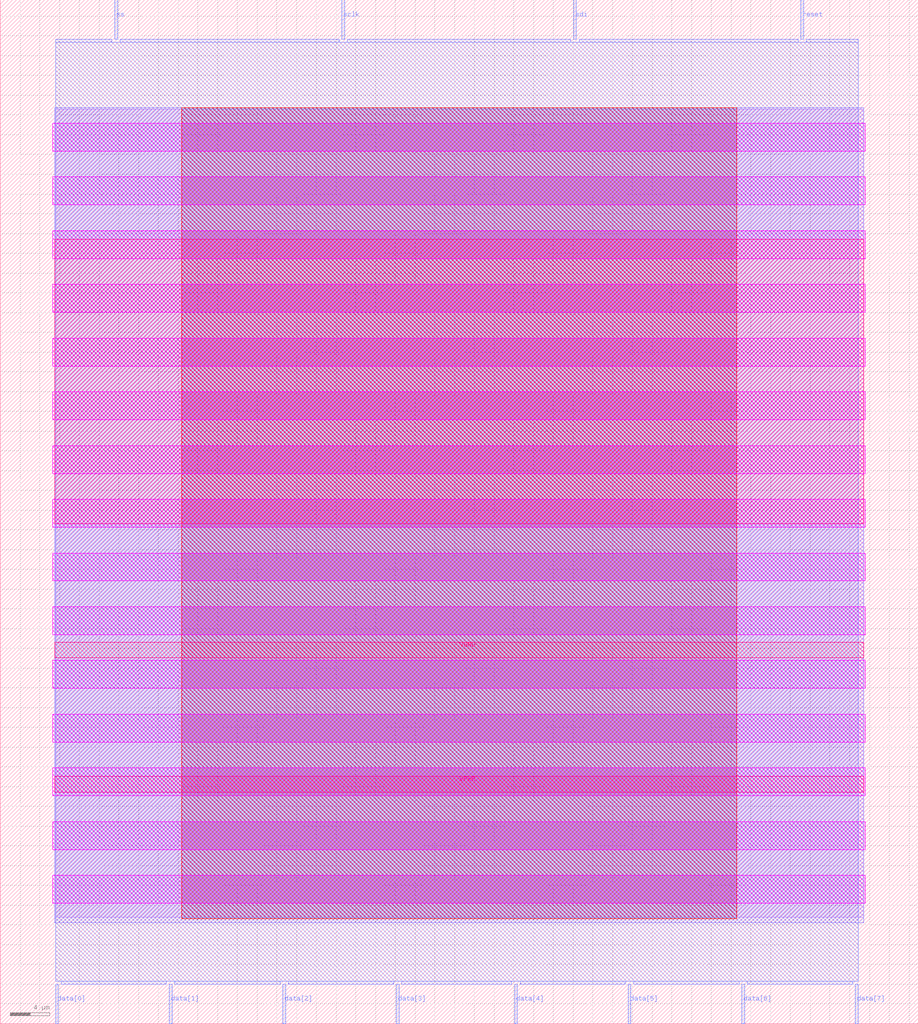
<source format=lef>
VERSION 5.7 ;
  NOWIREEXTENSIONATPIN ON ;
  DIVIDERCHAR "/" ;
  BUSBITCHARS "[]" ;
MACRO spi_slave
  CLASS BLOCK ;
  FOREIGN spi_slave ;
  ORIGIN 0.000 0.000 ;
  SIZE 92.935 BY 103.655 ;
  PIN VGND
    DIRECTION INPUT ;
    USE GROUND ;
    PORT
      LAYER met5 ;
        RECT 5.520 37.040 87.400 38.640 ;
    END
  END VGND
  PIN VPWR
    DIRECTION INPUT ;
    USE POWER ;
    PORT
      LAYER met5 ;
        RECT 5.520 23.440 87.400 25.040 ;
    END
  END VPWR
  PIN data[0]
    DIRECTION OUTPUT TRISTATE ;
    USE SIGNAL ;
    PORT
      LAYER met2 ;
        RECT 5.610 0.000 5.890 4.000 ;
    END
  END data[0]
  PIN data[1]
    DIRECTION OUTPUT TRISTATE ;
    USE SIGNAL ;
    PORT
      LAYER met2 ;
        RECT 17.110 0.000 17.390 4.000 ;
    END
  END data[1]
  PIN data[2]
    DIRECTION OUTPUT TRISTATE ;
    USE SIGNAL ;
    PORT
      LAYER met2 ;
        RECT 28.610 0.000 28.890 4.000 ;
    END
  END data[2]
  PIN data[3]
    DIRECTION OUTPUT TRISTATE ;
    USE SIGNAL ;
    PORT
      LAYER met2 ;
        RECT 40.110 0.000 40.390 4.000 ;
    END
  END data[3]
  PIN data[4]
    DIRECTION OUTPUT TRISTATE ;
    USE SIGNAL ;
    PORT
      LAYER met2 ;
        RECT 52.070 0.000 52.350 4.000 ;
    END
  END data[4]
  PIN data[5]
    DIRECTION OUTPUT TRISTATE ;
    USE SIGNAL ;
    PORT
      LAYER met2 ;
        RECT 63.570 0.000 63.850 4.000 ;
    END
  END data[5]
  PIN data[6]
    DIRECTION OUTPUT TRISTATE ;
    USE SIGNAL ;
    PORT
      LAYER met2 ;
        RECT 75.070 0.000 75.350 4.000 ;
    END
  END data[6]
  PIN data[7]
    DIRECTION OUTPUT TRISTATE ;
    USE SIGNAL ;
    PORT
      LAYER met2 ;
        RECT 86.570 0.000 86.850 4.000 ;
    END
  END data[7]
  PIN reset
    DIRECTION INPUT ;
    USE SIGNAL ;
    PORT
      LAYER met2 ;
        RECT 81.050 99.655 81.330 103.655 ;
    END
  END reset
  PIN sclk
    DIRECTION INPUT ;
    USE SIGNAL ;
    PORT
      LAYER met2 ;
        RECT 34.590 99.655 34.870 103.655 ;
    END
  END sclk
  PIN sdi
    DIRECTION INPUT ;
    USE SIGNAL ;
    PORT
      LAYER met2 ;
        RECT 58.050 99.655 58.330 103.655 ;
    END
  END sdi
  PIN ss
    DIRECTION INPUT ;
    USE SIGNAL ;
    PORT
      LAYER met2 ;
        RECT 11.590 99.655 11.870 103.655 ;
    END
  END ss
  OBS
      LAYER nwell ;
        RECT 5.330 88.345 87.590 91.175 ;
        RECT 5.330 82.905 87.590 85.735 ;
        RECT 5.330 77.465 87.590 80.295 ;
        RECT 5.330 72.025 87.590 74.855 ;
        RECT 5.330 66.585 87.590 69.415 ;
        RECT 5.330 61.145 87.590 63.975 ;
        RECT 5.330 55.705 87.590 58.535 ;
        RECT 5.330 50.265 87.590 53.095 ;
        RECT 5.330 44.825 87.590 47.655 ;
        RECT 5.330 39.385 87.590 42.215 ;
        RECT 5.330 33.945 87.590 36.775 ;
        RECT 5.330 28.505 87.590 31.335 ;
        RECT 5.330 23.065 87.590 25.895 ;
        RECT 5.330 17.625 87.590 20.455 ;
        RECT 5.330 12.185 87.590 15.015 ;
      LAYER li1 ;
        RECT 5.520 10.795 87.400 92.565 ;
      LAYER met1 ;
        RECT 5.520 10.240 87.400 92.720 ;
      LAYER met2 ;
        RECT 5.620 99.375 11.310 99.655 ;
        RECT 12.150 99.375 34.310 99.655 ;
        RECT 35.150 99.375 57.770 99.655 ;
        RECT 58.610 99.375 80.770 99.655 ;
        RECT 81.610 99.375 86.840 99.655 ;
        RECT 5.620 4.280 86.840 99.375 ;
        RECT 6.170 4.000 16.830 4.280 ;
        RECT 17.670 4.000 28.330 4.280 ;
        RECT 29.170 4.000 39.830 4.280 ;
        RECT 40.670 4.000 51.790 4.280 ;
        RECT 52.630 4.000 63.290 4.280 ;
        RECT 64.130 4.000 74.790 4.280 ;
        RECT 75.630 4.000 86.290 4.280 ;
      LAYER met3 ;
        RECT 18.365 10.715 74.550 92.645 ;
      LAYER met4 ;
        RECT 18.365 10.640 74.550 92.720 ;
      LAYER met5 ;
        RECT 5.520 50.640 87.400 79.440 ;
  END
END spi_slave
END LIBRARY


</source>
